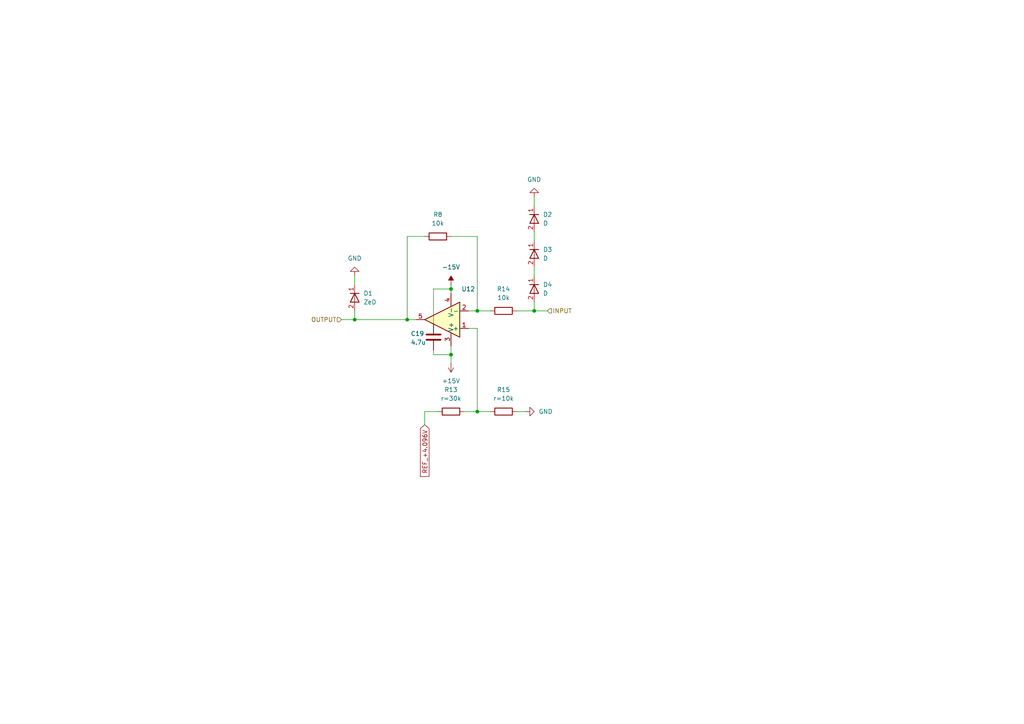
<source format=kicad_sch>
(kicad_sch (version 20231120) (generator "eeschema") (generator_version "8.0")
  (paper "A4")
  (lib_symbols
    (symbol "Device:C" (pin_numbers hide) (pin_names (offset 0.254))
      (property "Reference" "C" (at 0.635 2.54 0))
      (property "Value" "C" (at 0.635 -2.54 0))
      (symbol "C_0_1"
        (polyline (pts (xy -2.032 -0.762) (xy 2.032 -0.762)) (stroke (width 0.508)))
        (polyline (pts (xy -2.032 0.762) (xy 2.032 0.762)) (stroke (width 0.508)))
      )
      (symbol "C_1_1"
        (pin passive line (at 0 3.81 270) (length 2.794) (name "~") (number "1"))
        (pin passive line (at 0 -3.81 90) (length 2.794) (name "~") (number "2"))
      )
    )
    (symbol "Device:R" (pin_numbers hide) (pin_names (offset 0))
      (property "Reference" "R" (at 2.032 0 90))
      (property "Value" "R" (at 0 0 90))
      (symbol "R_0_1"
        (rectangle (start -1.016 -2.54) (end 1.016 2.54) (stroke (width 0.254)))
      )
      (symbol "R_1_1"
        (pin passive line (at 0 3.81 270) (length 1.27) (name "~") (number "1"))
        (pin passive line (at 0 -3.81 90) (length 1.27) (name "~") (number "2"))
      )
    )
    (symbol "Simulation_SPICE:D" (pin_names (offset 1.016) hide)
      (property "Reference" "D" (at 0 2.54 0))
      (property "Value" "D" (at 0 -2.54 0))
      (symbol "D_0_1"
        (polyline (pts (xy -1.27 1.27) (xy -1.27 -1.27)) (stroke (width 0.254)))
        (polyline (pts (xy 1.27 0) (xy -1.27 0)))
        (polyline (pts (xy 1.27 1.27) (xy 1.27 -1.27) (xy -1.27 0) (xy 1.27 1.27)) (stroke (width 0.254)))
      )
      (symbol "D_1_1"
        (pin passive line (at -3.81 0 0) (length 2.54) (name "K") (number "1"))
        (pin passive line (at 3.81 0 180) (length 2.54) (name "A") (number "2"))
      )
    )
    (symbol "Simulation_SPICE:OPAMP" (pin_names (offset 0.254))
      (property "Reference" "U" (at 3.81 3.175 0))
      (property "Value" "${SIM.PARAMS}" (at 3.81 -3.175 0))
      (symbol "OPAMP_0_1"
        (polyline (pts (xy 5.08 0) (xy -5.08 5.08) (xy -5.08 -5.08) (xy 5.08 0)) (stroke (width 0.254)) (fill (type background)))
      )
      (symbol "OPAMP_1_1"
        (pin input line (at -7.62 2.54 0) (length 2.54) (name "+") (number "1"))
        (pin input line (at -7.62 -2.54 0) (length 2.54) (name "-") (number "2"))
        (pin power_in line (at -2.54 7.62 270) (length 3.81) (name "V+") (number "3"))
        (pin power_in line (at -2.54 -7.62 90) (length 3.81) (name "V-") (number "4"))
        (pin output line (at 7.62 0 180) (length 2.54) (name "~") (number "5"))
      )
    )
    (symbol "power:+15V" (power) (pin_numbers hide) (pin_names (offset 0) hide)
      (property "Value" "+15V" (at 0 3.556 0))
      (symbol "+15V_0_1"
        (polyline (pts (xy -0.762 1.27) (xy 0 2.54)))
        (polyline (pts (xy 0 0) (xy 0 2.54)))
        (polyline (pts (xy 0 2.54) (xy 0.762 1.27)))
      )
      (symbol "+15V_1_1"
        (pin power_in line (at 0 0 90) (length 0) (name "~") (number "1"))
      )
    )
    (symbol "power:-15V" (power) (pin_numbers hide) (pin_names (offset 0) hide)
      (property "Value" "-15V" (at 0 3.556 0))
      (symbol "-15V_0_0"
        (pin power_in line (at 0 0 90) (length 0) (name "~") (number "1"))
      )
      (symbol "-15V_0_1"
        (polyline (pts (xy 0 0) (xy 0 1.27) (xy 0.762 1.27) (xy 0 2.54) (xy -0.762 1.27) (xy 0 1.27)) (fill (type outline)))
      )
    )
    (symbol "power:GND" (power) (pin_numbers hide) (pin_names (offset 0) hide)
      (property "Value" "GND" (at 0 -3.81 0))
      (symbol "GND_0_1"
        (polyline (pts (xy 0 0) (xy 0 -1.27) (xy 1.27 -1.27) (xy 0 -2.54) (xy -1.27 -1.27) (xy 0 -1.27)))
      )
      (symbol "GND_1_1"
        (pin power_in line (at 0 0 270) (length 0) (name "~") (number "1"))
      )
    )
  )
  (junction (at 130.81 83.82))
  (junction (at 102.87 92.71))
  (junction (at 138.43 119.38))
  (junction (at 130.81 102.87))
  (junction (at 154.94 90.17))
  (junction (at 118.11 92.71))
  (junction (at 138.43 90.17))
  (wire (pts (xy 154.94 77.47) (xy 154.94 80.01)))
  (wire (pts (xy 125.73 83.82) (xy 130.81 83.82)))
  (wire (pts (xy 118.11 68.58) (xy 118.11 92.71)))
  (wire (pts (xy 154.94 57.15) (xy 154.94 59.69)))
  (wire (pts (xy 102.87 92.71) (xy 118.11 92.71)))
  (wire (pts (xy 149.86 119.38) (xy 152.4 119.38)))
  (wire (pts (xy 102.87 90.17) (xy 102.87 92.71)))
  (wire (pts (xy 123.19 119.38) (xy 123.19 123.19)))
  (wire (pts (xy 138.43 95.25) (xy 135.89 95.25)))
  (wire (pts (xy 138.43 68.58) (xy 130.81 68.58)))
  (wire (pts (xy 123.19 119.38) (xy 127 119.38)))
  (wire (pts (xy 125.73 102.87) (xy 130.81 102.87)))
  (wire (pts (xy 138.43 90.17) (xy 142.24 90.17)))
  (wire (pts (xy 130.81 83.82) (xy 130.81 82.55)))
  (wire (pts (xy 154.94 67.31) (xy 154.94 69.85)))
  (wire (pts (xy 138.43 119.38) (xy 142.24 119.38)))
  (wire (pts (xy 99.06 92.71) (xy 102.87 92.71)))
  (wire (pts (xy 125.73 101.6) (xy 125.73 102.87)))
  (wire (pts (xy 138.43 68.58) (xy 138.43 90.17)))
  (wire (pts (xy 118.11 92.71) (xy 120.65 92.71)))
  (wire (pts (xy 102.87 80.01) (xy 102.87 82.55)))
  (wire (pts (xy 125.73 93.98) (xy 125.73 83.82)))
  (wire (pts (xy 149.86 90.17) (xy 154.94 90.17)))
  (wire (pts (xy 130.81 102.87) (xy 130.81 105.41)))
  (wire (pts (xy 154.94 87.63) (xy 154.94 90.17)))
  (wire (pts (xy 123.19 68.58) (xy 118.11 68.58)))
  (wire (pts (xy 130.81 100.33) (xy 130.81 102.87)))
  (wire (pts (xy 138.43 95.25) (xy 138.43 119.38)))
  (wire (pts (xy 135.89 90.17) (xy 138.43 90.17)))
  (wire (pts (xy 134.62 119.38) (xy 138.43 119.38)))
  (wire (pts (xy 130.81 85.09) (xy 130.81 83.82)))
  (wire (pts (xy 154.94 90.17) (xy 158.75 90.17)))
  (global_label "REF_+4.096V" (shape input) (at 123.19 123.19 270) (property "Intersheetrefs" "${INTERSHEET_REFS}" (effects (hide yes))))
  (hierarchical_label "OUTPUT" (shape input) (at 99.06 92.71 180))
  (hierarchical_label "INPUT" (shape input) (at 158.75 90.17 0))
  (symbol (lib_id "power:-15V") (at 130.81 82.55 0) (unit 1)
    (property "Reference" "#PWR022" (effects (hide yes)))
    (property "Value" "-15V" (at 130.81 77.47 0))
    (property "Description" "Power symbol creates a global label with name \"-15V\"" (effects (hide yes)))
    (instances (project "SMU" (path "" (reference "#PWR038") (unit 1)) (path "" (reference "#PWR022") (unit 1))))
  )
  (symbol (lib_id "Device:R") (at 130.81 119.38 90) (unit 1)
    (property "Reference" "R10" (at 130.81 113.03 90))
    (property "Value" "${SIM.PARAMS}" (at 130.81 115.57 90))
    (property "Description" "Resistor" (effects (hide yes)))
    (property "Sim.Device" "R" (effects (hide yes)))
    (property "Sim.Type" "=" (effects (hide yes)))
    (property "Sim.Params" "r=30k" (effects (hide yes)))
    (property "Sim.Pins" "1=+ 2=-" (effects (hide yes)))
    (instances (project "SMU" (path "" (reference "R13") (unit 1)) (path "" (reference "R10") (unit 1))))
  )
  (symbol (lib_id "power:+15V") (at 130.81 105.41 180) (unit 1)
    (property "Reference" "#PWR029" (effects (hide yes)))
    (property "Value" "+15V" (at 130.81 110.49 0))
    (property "Description" "Power symbol creates a global label with name \"+15V\"" (effects (hide yes)))
    (instances (project "SMU" (path "" (reference "#PWR039") (unit 1)) (path "" (reference "#PWR029") (unit 1))))
  )
  (symbol (lib_id "Simulation_SPICE:OPAMP") (at 128.27 92.71 180) (unit 1)
    (property "Reference" "U9" (at 133.8265 83.82 0) (effects (justify right)))
    (property "Value" "${SIM.PARAMS}" (at 133.8265 86.36 0) (effects (justify right)))
    (property "Datasheet" "https://ngspice.sourceforge.io/docs/ngspice-html-manual/manual.xhtml#sec__SUBCKT_Subcircuits" (effects (hide yes)))
    (property "Description" "Operational amplifier, single, node sequence=1:+ 2:- 3:OUT 4:V+ 5:V-" (effects (hide yes)))
    (property "Sim.Pins" "1=in+ 2=in- 3=vcc 4=vee 5=out" (effects (hide yes)))
    (property "Sim.Device" "SUBCKT" (effects (hide yes)))
    (property "Sim.Library" "${KICAD8_SYMBOL_DIR}/Simulation_SPICE.sp" (effects (hide yes)))
    (property "Sim.Name" "kicad_builtin_opamp" (effects (hide yes)))
    (instances (project "SMU" (path "" (reference "U12") (unit 1)) (path "" (reference "U9") (unit 1))))
  )
  (symbol (lib_id "power:GND") (at 102.87 80.01 180) (unit 1)
    (property "Reference" "#PWR018" (effects (hide yes)))
    (property "Value" "GND" (at 102.87 74.93 0))
    (property "Description" "Power symbol creates a global label with name \"GND\" , ground" (effects (hide yes)))
    (instances (project "SMU" (path "" (reference "#PWR037") (unit 1)) (path "" (reference "#PWR018") (unit 1))))
  )
  (symbol (lib_id "power:GND") (at 154.94 57.15 180) (unit 1)
    (property "Reference" "#PWR033" (effects (hide yes)))
    (property "Value" "GND" (at 154.94 52.07 0))
    (property "Description" "Power symbol creates a global label with name \"GND\" , ground" (effects (hide yes)))
    (instances (project "SMU" (path "" (reference "#PWR041") (unit 1)) (path "" (reference "#PWR033") (unit 1))))
  )
  (symbol (lib_id "Simulation_SPICE:D") (at 154.94 73.66 270) (unit 1)
    (property "Reference" "D7" (at 157.48 72.3899 90) (effects (justify left)))
    (property "Value" "D" (at 157.48 74.9299 90) (effects (justify left)))
    (property "Datasheet" "https://ngspice.sourceforge.io/docs/ngspice-html-manual/manual.xhtml#cha_DIODEs" (effects (hide yes)))
    (property "Description" "Diode for simulation or PCB" (effects (hide yes)))
    (property "Sim.Device" "D" (effects (hide yes)))
    (property "Sim.Pins" "1=K 2=A" (effects (hide yes)))
    (property "Sim.Params" "rs=50m cjo=10p" (effects (hide yes)))
    (instances (project "SMU" (path "" (reference "D3") (unit 1)) (path "" (reference "D7") (unit 1))))
  )
  (symbol (lib_id "Device:R") (at 146.05 90.17 90) (unit 1)
    (property "Reference" "R11" (at 146.05 83.82 90))
    (property "Value" "10k" (at 146.05 86.36 90))
    (property "Description" "Resistor" (effects (hide yes)))
    (instances (project "SMU" (path "" (reference "R14") (unit 1)) (path "" (reference "R11") (unit 1))))
  )
  (symbol (lib_id "power:GND") (at 152.4 119.38 90) (unit 1)
    (property "Reference" "#PWR032" (effects (hide yes)))
    (property "Value" "GND" (at 156.21 119.3799 90) (effects (justify right)))
    (property "Description" "Power symbol creates a global label with name \"GND\" , ground" (effects (hide yes)))
    (instances (project "SMU" (path "" (reference "#PWR040") (unit 1)) (path "" (reference "#PWR032") (unit 1))))
  )
  (symbol (lib_id "Device:C") (at 125.73 97.79 0) (unit 1)
    (property "Reference" "C15" (at 119.126 96.774 0) (effects (justify left)))
    (property "Value" "4.7u" (at 119.126 99.314 0) (effects (justify left)))
    (property "Description" "Unpolarized capacitor" (effects (hide yes)))
    (instances (project "SMU" (path "" (reference "C19") (unit 1)) (path "" (reference "C15") (unit 1))))
  )
  (symbol (lib_id "Simulation_SPICE:D") (at 154.94 63.5 270) (unit 1)
    (property "Reference" "D6" (at 157.48 62.2299 90) (effects (justify left)))
    (property "Value" "D" (at 157.48 64.7699 90) (effects (justify left)))
    (property "Datasheet" "https://ngspice.sourceforge.io/docs/ngspice-html-manual/manual.xhtml#cha_DIODEs" (effects (hide yes)))
    (property "Description" "Diode for simulation or PCB" (effects (hide yes)))
    (property "Sim.Device" "D" (effects (hide yes)))
    (property "Sim.Pins" "1=K 2=A" (effects (hide yes)))
    (property "Sim.Params" "rs=50m cjo=10p" (effects (hide yes)))
    (instances (project "SMU" (path "" (reference "D2") (unit 1)) (path "" (reference "D6") (unit 1))))
  )
  (symbol (lib_id "Device:R") (at 127 68.58 90) (unit 1)
    (property "Reference" "R9" (at 127 62.23 90))
    (property "Value" "10k" (at 127 64.77 90))
    (property "Description" "Resistor" (effects (hide yes)))
    (instances (project "SMU" (path "" (reference "R8") (unit 1)) (path "" (reference "R9") (unit 1))))
  )
  (symbol (lib_id "Simulation_SPICE:D") (at 102.87 86.36 270) (unit 1)
    (property "Reference" "D5" (at 105.41 85.0899 90) (effects (justify left)))
    (property "Value" "ZeD" (at 105.41 87.6299 90) (effects (justify left)))
    (property "Datasheet" "https://ngspice.sourceforge.io/docs/ngspice-html-manual/manual.xhtml#cha_DIODEs" (effects (hide yes)))
    (property "Description" "Diode for simulation or PCB" (effects (hide yes)))
    (property "Sim.Device" "D" (effects (hide yes)))
    (property "Sim.Pins" "1=K 2=A" (effects (hide yes)))
    (property "Sim.Params" "rs=50m cjo=10p" (effects (hide yes)))
    (instances (project "SMU" (path "" (reference "D1") (unit 1)) (path "" (reference "D5") (unit 1))))
  )
  (symbol (lib_id "Device:R") (at 146.05 119.38 90) (unit 1)
    (property "Reference" "R12" (at 146.05 113.03 90))
    (property "Value" "${SIM.PARAMS}" (at 146.05 115.57 90))
    (property "Description" "Resistor" (effects (hide yes)))
    (property "Sim.Device" "R" (effects (hide yes)))
    (property "Sim.Type" "=" (effects (hide yes)))
    (property "Sim.Params" "r=10k" (effects (hide yes)))
    (property "Sim.Pins" "1=+ 2=-" (effects (hide yes)))
    (instances (project "SMU" (path "" (reference "R15") (unit 1)) (path "" (reference "R12") (unit 1))))
  )
  (symbol (lib_id "Simulation_SPICE:D") (at 154.94 83.82 270) (unit 1)
    (property "Reference" "D8" (at 157.48 82.5499 90) (effects (justify left)))
    (property "Value" "D" (at 157.48 85.0899 90) (effects (justify left)))
    (property "Datasheet" "https://ngspice.sourceforge.io/docs/ngspice-html-manual/manual.xhtml#cha_DIODEs" (effects (hide yes)))
    (property "Description" "Diode for simulation or PCB" (effects (hide yes)))
    (property "Sim.Device" "D" (effects (hide yes)))
    (property "Sim.Pins" "1=K 2=A" (effects (hide yes)))
    (property "Sim.Params" "rs=50m cjo=10p" (effects (hide yes)))
    (instances (project "SMU" (path "" (reference "D4") (unit 1)) (path "" (reference "D8") (unit 1))))
  )
)
</source>
